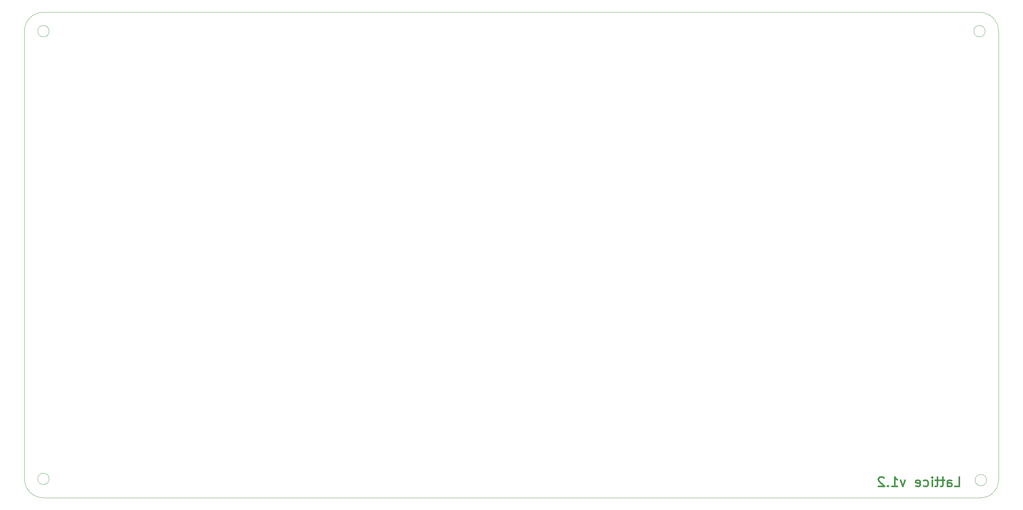
<source format=gbr>
%TF.GenerationSoftware,KiCad,Pcbnew,5.99.0-unknown-1f9723c~101~ubuntu18.04.1*%
%TF.CreationDate,2020-06-24T15:00:18+03:00*%
%TF.ProjectId,WaveUltrasonics,57617665-556c-4747-9261-736f6e696373,rev?*%
%TF.SameCoordinates,Original*%
%TF.FileFunction,Legend,Bot*%
%TF.FilePolarity,Positive*%
%FSLAX46Y46*%
G04 Gerber Fmt 4.6, Leading zero omitted, Abs format (unit mm)*
G04 Created by KiCad (PCBNEW 5.99.0-unknown-1f9723c~101~ubuntu18.04.1) date 2020-06-24 15:00:18*
%MOMM*%
%LPD*%
G01*
G04 APERTURE LIST*
%ADD10C,0.450000*%
%TA.AperFunction,Profile*%
%ADD11C,0.050000*%
%TD*%
G04 APERTURE END LIST*
D10*
X311918761Y-182994952D02*
X313109238Y-182994952D01*
X313109238Y-180494952D01*
X310014000Y-182994952D02*
X310014000Y-181685428D01*
X310133047Y-181447333D01*
X310371142Y-181328285D01*
X310847333Y-181328285D01*
X311085428Y-181447333D01*
X310014000Y-182875904D02*
X310252095Y-182994952D01*
X310847333Y-182994952D01*
X311085428Y-182875904D01*
X311204476Y-182637809D01*
X311204476Y-182399714D01*
X311085428Y-182161619D01*
X310847333Y-182042571D01*
X310252095Y-182042571D01*
X310014000Y-181923523D01*
X309180666Y-181328285D02*
X308228285Y-181328285D01*
X308823523Y-180494952D02*
X308823523Y-182637809D01*
X308704476Y-182875904D01*
X308466380Y-182994952D01*
X308228285Y-182994952D01*
X307752095Y-181328285D02*
X306799714Y-181328285D01*
X307394952Y-180494952D02*
X307394952Y-182637809D01*
X307275904Y-182875904D01*
X307037809Y-182994952D01*
X306799714Y-182994952D01*
X305966380Y-182994952D02*
X305966380Y-181328285D01*
X305966380Y-180494952D02*
X306085428Y-180614000D01*
X305966380Y-180733047D01*
X305847333Y-180614000D01*
X305966380Y-180494952D01*
X305966380Y-180733047D01*
X303704476Y-182875904D02*
X303942571Y-182994952D01*
X304418761Y-182994952D01*
X304656857Y-182875904D01*
X304775904Y-182756857D01*
X304894952Y-182518761D01*
X304894952Y-181804476D01*
X304775904Y-181566380D01*
X304656857Y-181447333D01*
X304418761Y-181328285D01*
X303942571Y-181328285D01*
X303704476Y-181447333D01*
X301680666Y-182875904D02*
X301918761Y-182994952D01*
X302394952Y-182994952D01*
X302633047Y-182875904D01*
X302752095Y-182637809D01*
X302752095Y-181685428D01*
X302633047Y-181447333D01*
X302394952Y-181328285D01*
X301918761Y-181328285D01*
X301680666Y-181447333D01*
X301561619Y-181685428D01*
X301561619Y-181923523D01*
X302752095Y-182161619D01*
X298823523Y-181328285D02*
X298228285Y-182994952D01*
X297633047Y-181328285D01*
X295371142Y-182994952D02*
X296799714Y-182994952D01*
X296085428Y-182994952D02*
X296085428Y-180494952D01*
X296323523Y-180852095D01*
X296561619Y-181090190D01*
X296799714Y-181209238D01*
X294299714Y-182756857D02*
X294180666Y-182875904D01*
X294299714Y-182994952D01*
X294418761Y-182875904D01*
X294299714Y-182756857D01*
X294299714Y-182994952D01*
X293228285Y-180733047D02*
X293109238Y-180614000D01*
X292871142Y-180494952D01*
X292275904Y-180494952D01*
X292037809Y-180614000D01*
X291918761Y-180733047D01*
X291799714Y-180971142D01*
X291799714Y-181209238D01*
X291918761Y-181566380D01*
X293347333Y-182994952D01*
X291799714Y-182994952D01*
D11*
X66500000Y-63000000D02*
G75*
G02*
X71500000Y-58000000I5000000J0D01*
G01*
X73000000Y-63000000D02*
G75*
G03*
X73000000Y-63000000I-1500000J0D01*
G01*
X73000000Y-181000000D02*
G75*
G03*
X73000000Y-181000000I-1500000J0D01*
G01*
X71500000Y-186000000D02*
G75*
G02*
X66500000Y-181000000I0J5000000D01*
G01*
X319984000Y-63008000D02*
G75*
G03*
X319984000Y-63008000I-1500000J0D01*
G01*
X320348000Y-181348000D02*
G75*
G03*
X320348000Y-181348000I-1500000J0D01*
G01*
X323500000Y-181348000D02*
G75*
G02*
X318848000Y-186000000I-4652000J0D01*
G01*
X318500000Y-58000000D02*
G75*
G02*
X323500000Y-63000000I0J-5000000D01*
G01*
X66500000Y-181000000D02*
X66500000Y-63000000D01*
X318848000Y-186000000D02*
X71500000Y-186000000D01*
X323500000Y-63000000D02*
X323500000Y-181348000D01*
X71500000Y-58000000D02*
X318500000Y-58000000D01*
M02*

</source>
